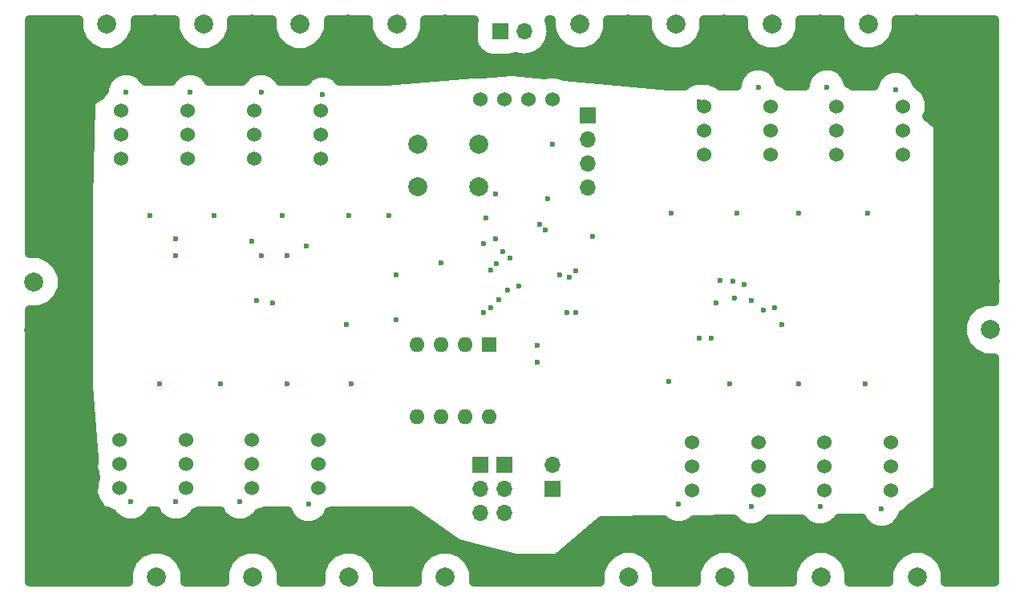
<source format=gbr>
G04 #@! TF.FileFunction,Copper,L2,Inr,Plane*
%FSLAX46Y46*%
G04 Gerber Fmt 4.6, Leading zero omitted, Abs format (unit mm)*
G04 Created by KiCad (PCBNEW 4.0.2+dfsg1-stable) date Tue 14 Aug 2018 11:21:20 PM MDT*
%MOMM*%
G01*
G04 APERTURE LIST*
%ADD10C,0.100000*%
%ADD11R,1.700000X1.700000*%
%ADD12O,1.700000X1.700000*%
%ADD13C,2.000000*%
%ADD14R,1.600000X1.600000*%
%ADD15O,1.600000X1.600000*%
%ADD16C,1.524000*%
%ADD17C,0.600000*%
%ADD18C,0.250000*%
%ADD19C,1.000000*%
G04 APERTURE END LIST*
D10*
D11*
X126720000Y-123870000D03*
D12*
X126720000Y-126410000D03*
X126720000Y-128950000D03*
D11*
X124180000Y-123870000D03*
D12*
X124180000Y-126410000D03*
X124180000Y-128950000D03*
D11*
X131800000Y-126410000D03*
D12*
X131800000Y-123870000D03*
D13*
X84720000Y-77300000D03*
X89800000Y-77300000D03*
X94920000Y-77300000D03*
X100000000Y-77300000D03*
X105120000Y-77300000D03*
X110200000Y-77300000D03*
X115320000Y-77300000D03*
X120400000Y-77300000D03*
X89960000Y-135720000D03*
X84880000Y-135720000D03*
X100120000Y-135720000D03*
X95040000Y-135720000D03*
X110280000Y-135720000D03*
X105200000Y-135720000D03*
X120440000Y-135720000D03*
X115360000Y-135720000D03*
X134630000Y-77240000D03*
X139710000Y-77240000D03*
X144790000Y-77240000D03*
X149870000Y-77240000D03*
X154950000Y-77240000D03*
X160030000Y-77240000D03*
X165110000Y-77240000D03*
X170190000Y-77240000D03*
X139780000Y-135680000D03*
X134700000Y-135680000D03*
X149940000Y-135680000D03*
X144860000Y-135680000D03*
X160100000Y-135680000D03*
X155020000Y-135680000D03*
X170260000Y-135680000D03*
X165180000Y-135680000D03*
D11*
X126250000Y-78000000D03*
D12*
X128790000Y-78000000D03*
D13*
X117500000Y-94500000D03*
X117500000Y-90000000D03*
X124000000Y-94500000D03*
X124000000Y-90000000D03*
D14*
X125040000Y-111130000D03*
D15*
X117420000Y-118750000D03*
X122500000Y-111130000D03*
X119960000Y-118750000D03*
X119960000Y-111130000D03*
X122500000Y-118750000D03*
X117420000Y-111130000D03*
X125040000Y-118750000D03*
D16*
X124130000Y-85250000D03*
X126670000Y-85250000D03*
X129210000Y-85250000D03*
X131750000Y-85250000D03*
D11*
X135500000Y-86960000D03*
D12*
X135500000Y-89500000D03*
X135500000Y-92040000D03*
X135500000Y-94580000D03*
D16*
X86250000Y-86420000D03*
X86250000Y-88960000D03*
X86250000Y-91500000D03*
X93250000Y-86420000D03*
X93250000Y-88960000D03*
X93250000Y-91500000D03*
X100250000Y-86420000D03*
X100250000Y-88960000D03*
X100250000Y-91500000D03*
X107250000Y-86420000D03*
X107250000Y-88960000D03*
X107250000Y-91500000D03*
X86050000Y-126300000D03*
X86050000Y-123760000D03*
X86050000Y-121220000D03*
X93050000Y-126300000D03*
X93050000Y-123760000D03*
X93050000Y-121220000D03*
X100050000Y-126300000D03*
X100050000Y-123760000D03*
X100050000Y-121220000D03*
X107050000Y-126300000D03*
X107050000Y-123760000D03*
X107050000Y-121220000D03*
X147750000Y-85960000D03*
X147750000Y-88500000D03*
X147750000Y-91040000D03*
X154750000Y-85960000D03*
X154750000Y-88500000D03*
X154750000Y-91040000D03*
X161750000Y-85960000D03*
X161750000Y-88500000D03*
X161750000Y-91040000D03*
X168750000Y-85960000D03*
X168750000Y-88500000D03*
X168750000Y-91040000D03*
X146500000Y-126580000D03*
X146500000Y-124040000D03*
X146500000Y-121500000D03*
X153500000Y-126580000D03*
X153500000Y-124040000D03*
X153500000Y-121500000D03*
X160500000Y-126580000D03*
X160500000Y-124040000D03*
X160500000Y-121500000D03*
X167500000Y-126580000D03*
X167500000Y-124040000D03*
X167500000Y-121500000D03*
D13*
X77000000Y-109580000D03*
X77000000Y-104500000D03*
X178000000Y-104460000D03*
X178000000Y-109540000D03*
D17*
X131750000Y-90000000D03*
X133550000Y-104000000D03*
X133250000Y-107750000D03*
X131250000Y-95750000D03*
X125750000Y-95250000D03*
X114500000Y-97500000D03*
X105750000Y-100750000D03*
X101000000Y-101750000D03*
X156000000Y-109000000D03*
X125750000Y-100000000D03*
X124750000Y-97750000D03*
X90250000Y-115250000D03*
X96750000Y-115250000D03*
X103750000Y-115250000D03*
X110500000Y-115250000D03*
X110000000Y-109000000D03*
X144000000Y-115000000D03*
X150500000Y-115250000D03*
X157750000Y-115250000D03*
X164750000Y-115250000D03*
X165000000Y-97250000D03*
X157750000Y-97250000D03*
X151250000Y-97250000D03*
X144250000Y-97250000D03*
X136000000Y-99750000D03*
X120000000Y-102500000D03*
X110250000Y-97500000D03*
X103250000Y-97500000D03*
X96000000Y-97500000D03*
X89250000Y-97500000D03*
X147250000Y-85460000D03*
X153500000Y-84000000D03*
X160750000Y-84000000D03*
X168000000Y-84250000D03*
X166500000Y-128500000D03*
X160000000Y-128250000D03*
X152750000Y-128250000D03*
X145080000Y-128000000D03*
X106000000Y-128000000D03*
X98750000Y-127750000D03*
X92000000Y-127750000D03*
X87250000Y-127750000D03*
X107500000Y-84750000D03*
X101000000Y-84500000D03*
X93500000Y-84500000D03*
X86750000Y-84500000D03*
X132500000Y-103750000D03*
X134217050Y-103374990D03*
X134250000Y-107750000D03*
X124500000Y-107750000D03*
X124500000Y-100500000D03*
X126500000Y-101300010D03*
X126997187Y-105374990D03*
X152000000Y-104750000D03*
X152750000Y-106500000D03*
X128164357Y-104924979D03*
X127250000Y-102000000D03*
X126106218Y-106374990D03*
X150823563Y-104474968D03*
X151000000Y-106250000D03*
X125874990Y-102600010D03*
X149000000Y-106750000D03*
X149468648Y-104349967D03*
X125250000Y-107275032D03*
X125250000Y-103250010D03*
X154000000Y-107500000D03*
X147250000Y-110500000D03*
X155250000Y-107250000D03*
X148500000Y-110500000D03*
X115250000Y-108500000D03*
X115250000Y-103750000D03*
X92000000Y-100000000D03*
X92000000Y-101750000D03*
X100000000Y-100250000D03*
X100500000Y-106500000D03*
X103750000Y-101750000D03*
X102250000Y-106750000D03*
X130149998Y-111250000D03*
X131000000Y-99000000D03*
X130149962Y-113000000D03*
X130434306Y-98434306D03*
D18*
X122750000Y-132500000D02*
X118580000Y-132500000D01*
X118580000Y-132500000D02*
X115360000Y-135720000D01*
X125930000Y-135680000D02*
X122750000Y-132500000D01*
X134700000Y-135680000D02*
X125930000Y-135680000D01*
D19*
G36*
X81719481Y-77894119D02*
X82175241Y-78997143D01*
X83018418Y-79841793D01*
X84120645Y-80299478D01*
X85314119Y-80300519D01*
X86417143Y-79844759D01*
X87261793Y-79001582D01*
X87719478Y-77899355D01*
X87720415Y-76825000D01*
X91920414Y-76825000D01*
X91919481Y-77894119D01*
X92375241Y-78997143D01*
X93218418Y-79841793D01*
X94320645Y-80299478D01*
X95514119Y-80300519D01*
X96617143Y-79844759D01*
X97461793Y-79001582D01*
X97919478Y-77899355D01*
X97920415Y-76825000D01*
X102120414Y-76825000D01*
X102119481Y-77894119D01*
X102575241Y-78997143D01*
X103418418Y-79841793D01*
X104520645Y-80299478D01*
X105714119Y-80300519D01*
X106817143Y-79844759D01*
X107661793Y-79001582D01*
X108119478Y-77899355D01*
X108120415Y-76825000D01*
X112320414Y-76825000D01*
X112319481Y-77894119D01*
X112775241Y-78997143D01*
X113618418Y-79841793D01*
X114720645Y-80299478D01*
X115914119Y-80300519D01*
X117017143Y-79844759D01*
X117861793Y-79001582D01*
X118319478Y-77899355D01*
X118320415Y-76825000D01*
X123426632Y-76825000D01*
X123360818Y-77150000D01*
X123360818Y-78850000D01*
X123500276Y-79591156D01*
X123938298Y-80271862D01*
X124606644Y-80728523D01*
X125400000Y-80889182D01*
X127100000Y-80889182D01*
X127841156Y-80749724D01*
X127879885Y-80724802D01*
X128790000Y-80905835D01*
X129880648Y-80688892D01*
X130805254Y-80071089D01*
X131423057Y-79146483D01*
X131640000Y-78055835D01*
X131640000Y-77944165D01*
X131423057Y-76853517D01*
X131404003Y-76825000D01*
X131630361Y-76825000D01*
X131629481Y-77834119D01*
X132085241Y-78937143D01*
X132928418Y-79781793D01*
X134030645Y-80239478D01*
X135224119Y-80240519D01*
X136327143Y-79784759D01*
X137171793Y-78941582D01*
X137629478Y-77839355D01*
X137630363Y-76825000D01*
X141790361Y-76825000D01*
X141789481Y-77834119D01*
X142245241Y-78937143D01*
X143088418Y-79781793D01*
X144190645Y-80239478D01*
X145384119Y-80240519D01*
X146487143Y-79784759D01*
X147331793Y-78941582D01*
X147789478Y-77839355D01*
X147790363Y-76825000D01*
X151950361Y-76825000D01*
X151949481Y-77834119D01*
X152405241Y-78937143D01*
X153248418Y-79781793D01*
X154350645Y-80239478D01*
X155544119Y-80240519D01*
X156647143Y-79784759D01*
X157491793Y-78941582D01*
X157949478Y-77839355D01*
X157950363Y-76825000D01*
X162110361Y-76825000D01*
X162109481Y-77834119D01*
X162565241Y-78937143D01*
X163408418Y-79781793D01*
X164510645Y-80239478D01*
X165704119Y-80240519D01*
X166807143Y-79784759D01*
X167651793Y-78941582D01*
X168109478Y-77839355D01*
X168110363Y-76825000D01*
X178425000Y-76825000D01*
X178425000Y-106540370D01*
X177405881Y-106539481D01*
X176302857Y-106995241D01*
X175458207Y-107838418D01*
X175000522Y-108940645D01*
X174999481Y-110134119D01*
X175455241Y-111237143D01*
X176298418Y-112081793D01*
X177400645Y-112539478D01*
X178425000Y-112540371D01*
X178425000Y-136175000D01*
X173259569Y-136175000D01*
X173260519Y-135085881D01*
X172804759Y-133982857D01*
X171961582Y-133138207D01*
X170859355Y-132680522D01*
X169665881Y-132679481D01*
X168562857Y-133135241D01*
X167718207Y-133978418D01*
X167260522Y-135080645D01*
X167259567Y-136175000D01*
X163099569Y-136175000D01*
X163100519Y-135085881D01*
X162644759Y-133982857D01*
X161801582Y-133138207D01*
X160699355Y-132680522D01*
X159505881Y-132679481D01*
X158402857Y-133135241D01*
X157558207Y-133978418D01*
X157100522Y-135080645D01*
X157099567Y-136175000D01*
X152939569Y-136175000D01*
X152940519Y-135085881D01*
X152484759Y-133982857D01*
X151641582Y-133138207D01*
X150539355Y-132680522D01*
X149345881Y-132679481D01*
X148242857Y-133135241D01*
X147398207Y-133978418D01*
X146940522Y-135080645D01*
X146939567Y-136175000D01*
X142779569Y-136175000D01*
X142780519Y-135085881D01*
X142324759Y-133982857D01*
X141481582Y-133138207D01*
X140379355Y-132680522D01*
X139185881Y-132679481D01*
X138082857Y-133135241D01*
X137238207Y-133978418D01*
X136780522Y-135080645D01*
X136779567Y-136175000D01*
X123439604Y-136175000D01*
X123440519Y-135125881D01*
X122984759Y-134022857D01*
X122141582Y-133178207D01*
X121039355Y-132720522D01*
X119845881Y-132719481D01*
X118742857Y-133175241D01*
X117898207Y-134018418D01*
X117440522Y-135120645D01*
X117439602Y-136175000D01*
X113279604Y-136175000D01*
X113280519Y-135125881D01*
X112824759Y-134022857D01*
X111981582Y-133178207D01*
X110879355Y-132720522D01*
X109685881Y-132719481D01*
X108582857Y-133175241D01*
X107738207Y-134018418D01*
X107280522Y-135120645D01*
X107279602Y-136175000D01*
X103119604Y-136175000D01*
X103120519Y-135125881D01*
X102664759Y-134022857D01*
X101821582Y-133178207D01*
X100719355Y-132720522D01*
X99525881Y-132719481D01*
X98422857Y-133175241D01*
X97578207Y-134018418D01*
X97120522Y-135120645D01*
X97119602Y-136175000D01*
X92959604Y-136175000D01*
X92960519Y-135125881D01*
X92504759Y-134022857D01*
X91661582Y-133178207D01*
X90559355Y-132720522D01*
X89365881Y-132719481D01*
X88262857Y-133175241D01*
X87418207Y-134018418D01*
X86960522Y-135120645D01*
X86959602Y-136175000D01*
X76575000Y-136175000D01*
X76575000Y-107499630D01*
X77594119Y-107500519D01*
X78697143Y-107044759D01*
X79541793Y-106201582D01*
X79999478Y-105099355D01*
X80000519Y-103905881D01*
X79544759Y-102802857D01*
X78701582Y-101958207D01*
X77599355Y-101500522D01*
X76575000Y-101499629D01*
X76575000Y-95750000D01*
X82750000Y-95750000D01*
X82750000Y-115500000D01*
X82751333Y-115536488D01*
X83309052Y-123158651D01*
X83288480Y-123208194D01*
X83287521Y-124306985D01*
X83415792Y-124617423D01*
X83467062Y-125318120D01*
X83288480Y-125748194D01*
X83287521Y-126846985D01*
X83707125Y-127862503D01*
X83964080Y-128119907D01*
X84009710Y-128348058D01*
X84086488Y-128531083D01*
X84228424Y-128669817D01*
X84500000Y-128750000D01*
X84747971Y-128750000D01*
X85262943Y-128963835D01*
X85299018Y-129051143D01*
X85945453Y-129698708D01*
X86790495Y-130049600D01*
X87705491Y-130050399D01*
X88551143Y-129700982D01*
X89198708Y-129054547D01*
X89325167Y-128750000D01*
X89924588Y-128750000D01*
X90049018Y-129051143D01*
X90695453Y-129698708D01*
X91540495Y-130049600D01*
X92455491Y-130050399D01*
X93301143Y-129700982D01*
X93948708Y-129054547D01*
X94017576Y-128888694D01*
X94353241Y-128750000D01*
X96674588Y-128750000D01*
X96799018Y-129051143D01*
X97445453Y-129698708D01*
X98290495Y-130049600D01*
X99205491Y-130050399D01*
X100051143Y-129700982D01*
X100698708Y-129054547D01*
X100715800Y-129013386D01*
X101353241Y-128750000D01*
X103821290Y-128750000D01*
X104049018Y-129301143D01*
X104695453Y-129948708D01*
X105540495Y-130299600D01*
X106455491Y-130300399D01*
X107301143Y-129950982D01*
X107948708Y-129304547D01*
X108142885Y-128836918D01*
X108353242Y-128750000D01*
X116842389Y-128750000D01*
X121713269Y-132159616D01*
X121878732Y-132235071D01*
X127878732Y-133735071D01*
X128000000Y-133750000D01*
X132000000Y-133750000D01*
X132194528Y-133710607D01*
X132322068Y-133632456D01*
X136934229Y-129748531D01*
X143522586Y-129695399D01*
X143775453Y-129948708D01*
X144620495Y-130299600D01*
X145535491Y-130300399D01*
X146381143Y-129950982D01*
X146662539Y-129670077D01*
X150883762Y-129636035D01*
X151445453Y-130198708D01*
X152290495Y-130549600D01*
X153205491Y-130550399D01*
X154051143Y-130200982D01*
X154647484Y-129605682D01*
X158075862Y-129578034D01*
X158695453Y-130198708D01*
X159540495Y-130549600D01*
X160455491Y-130550399D01*
X161301143Y-130200982D01*
X161948708Y-129554547D01*
X161951935Y-129546775D01*
X164435639Y-129526745D01*
X164549018Y-129801143D01*
X165195453Y-130448708D01*
X166040495Y-130799600D01*
X166955491Y-130800399D01*
X167801143Y-130450982D01*
X168448708Y-129804547D01*
X168763511Y-129046416D01*
X169062503Y-128922875D01*
X169565352Y-128420903D01*
X172271626Y-126669785D01*
X172413545Y-126531034D01*
X172500000Y-126250000D01*
X172500000Y-88250000D01*
X172460607Y-88055472D01*
X172312348Y-87859566D01*
X171291122Y-87042585D01*
X171511520Y-86511806D01*
X171512479Y-85413015D01*
X171092875Y-84397497D01*
X170316590Y-83619855D01*
X170209934Y-83575568D01*
X169950982Y-82948857D01*
X169304547Y-82301292D01*
X168459505Y-81950400D01*
X167544509Y-81949601D01*
X166698857Y-82299018D01*
X166051292Y-82945453D01*
X165717215Y-83750000D01*
X163446508Y-83750000D01*
X163316590Y-83619855D01*
X163032849Y-83502036D01*
X162700982Y-82698857D01*
X162054547Y-82051292D01*
X161209505Y-81700400D01*
X160294509Y-81699601D01*
X159448857Y-82049018D01*
X158801292Y-82695453D01*
X158450400Y-83540495D01*
X158450217Y-83750000D01*
X156446508Y-83750000D01*
X156316590Y-83619855D01*
X155731073Y-83376727D01*
X155450982Y-82698857D01*
X154804547Y-82051292D01*
X153959505Y-81700400D01*
X153044509Y-81699601D01*
X152198857Y-82049018D01*
X151551292Y-82695453D01*
X151200400Y-83540495D01*
X151200217Y-83750000D01*
X149446508Y-83750000D01*
X149316590Y-83619855D01*
X148301806Y-83198480D01*
X147800157Y-83198042D01*
X147709505Y-83160400D01*
X146794509Y-83159601D01*
X145948857Y-83509018D01*
X145707454Y-83750000D01*
X144022685Y-83750000D01*
X132906090Y-82739400D01*
X132301806Y-82488480D01*
X131203015Y-82487521D01*
X131010485Y-82567073D01*
X127545268Y-82252053D01*
X127462371Y-82251418D01*
X124325421Y-82488169D01*
X123583015Y-82487521D01*
X123415188Y-82556866D01*
X114231160Y-83250000D01*
X109252472Y-83250000D01*
X108804547Y-82801292D01*
X107959505Y-82450400D01*
X107044509Y-82449601D01*
X106198857Y-82799018D01*
X105747087Y-83250000D01*
X102972114Y-83250000D01*
X102950982Y-83198857D01*
X102304547Y-82551292D01*
X101459505Y-82200400D01*
X100544509Y-82199601D01*
X99698857Y-82549018D01*
X99051292Y-83195453D01*
X99028642Y-83250000D01*
X95472114Y-83250000D01*
X95450982Y-83198857D01*
X94804547Y-82551292D01*
X93959505Y-82200400D01*
X93044509Y-82199601D01*
X92198857Y-82549018D01*
X91551292Y-83195453D01*
X91528642Y-83250000D01*
X88722114Y-83250000D01*
X88700982Y-83198857D01*
X88054547Y-82551292D01*
X87209505Y-82200400D01*
X86294509Y-82199601D01*
X85448857Y-82549018D01*
X84801292Y-83195453D01*
X84450400Y-84040495D01*
X84450161Y-84314047D01*
X83909855Y-84853410D01*
X83877906Y-84930353D01*
X83237951Y-85324171D01*
X83092926Y-85459672D01*
X83000156Y-85737504D01*
X82750156Y-95737504D01*
X82750000Y-95750000D01*
X76575000Y-95750000D01*
X76575000Y-76825000D01*
X81720414Y-76825000D01*
X81719481Y-77894119D01*
X81719481Y-77894119D01*
G37*
X81719481Y-77894119D02*
X82175241Y-78997143D01*
X83018418Y-79841793D01*
X84120645Y-80299478D01*
X85314119Y-80300519D01*
X86417143Y-79844759D01*
X87261793Y-79001582D01*
X87719478Y-77899355D01*
X87720415Y-76825000D01*
X91920414Y-76825000D01*
X91919481Y-77894119D01*
X92375241Y-78997143D01*
X93218418Y-79841793D01*
X94320645Y-80299478D01*
X95514119Y-80300519D01*
X96617143Y-79844759D01*
X97461793Y-79001582D01*
X97919478Y-77899355D01*
X97920415Y-76825000D01*
X102120414Y-76825000D01*
X102119481Y-77894119D01*
X102575241Y-78997143D01*
X103418418Y-79841793D01*
X104520645Y-80299478D01*
X105714119Y-80300519D01*
X106817143Y-79844759D01*
X107661793Y-79001582D01*
X108119478Y-77899355D01*
X108120415Y-76825000D01*
X112320414Y-76825000D01*
X112319481Y-77894119D01*
X112775241Y-78997143D01*
X113618418Y-79841793D01*
X114720645Y-80299478D01*
X115914119Y-80300519D01*
X117017143Y-79844759D01*
X117861793Y-79001582D01*
X118319478Y-77899355D01*
X118320415Y-76825000D01*
X123426632Y-76825000D01*
X123360818Y-77150000D01*
X123360818Y-78850000D01*
X123500276Y-79591156D01*
X123938298Y-80271862D01*
X124606644Y-80728523D01*
X125400000Y-80889182D01*
X127100000Y-80889182D01*
X127841156Y-80749724D01*
X127879885Y-80724802D01*
X128790000Y-80905835D01*
X129880648Y-80688892D01*
X130805254Y-80071089D01*
X131423057Y-79146483D01*
X131640000Y-78055835D01*
X131640000Y-77944165D01*
X131423057Y-76853517D01*
X131404003Y-76825000D01*
X131630361Y-76825000D01*
X131629481Y-77834119D01*
X132085241Y-78937143D01*
X132928418Y-79781793D01*
X134030645Y-80239478D01*
X135224119Y-80240519D01*
X136327143Y-79784759D01*
X137171793Y-78941582D01*
X137629478Y-77839355D01*
X137630363Y-76825000D01*
X141790361Y-76825000D01*
X141789481Y-77834119D01*
X142245241Y-78937143D01*
X143088418Y-79781793D01*
X144190645Y-80239478D01*
X145384119Y-80240519D01*
X146487143Y-79784759D01*
X147331793Y-78941582D01*
X147789478Y-77839355D01*
X147790363Y-76825000D01*
X151950361Y-76825000D01*
X151949481Y-77834119D01*
X152405241Y-78937143D01*
X153248418Y-79781793D01*
X154350645Y-80239478D01*
X155544119Y-80240519D01*
X156647143Y-79784759D01*
X157491793Y-78941582D01*
X157949478Y-77839355D01*
X157950363Y-76825000D01*
X162110361Y-76825000D01*
X162109481Y-77834119D01*
X162565241Y-78937143D01*
X163408418Y-79781793D01*
X164510645Y-80239478D01*
X165704119Y-80240519D01*
X166807143Y-79784759D01*
X167651793Y-78941582D01*
X168109478Y-77839355D01*
X168110363Y-76825000D01*
X178425000Y-76825000D01*
X178425000Y-106540370D01*
X177405881Y-106539481D01*
X176302857Y-106995241D01*
X175458207Y-107838418D01*
X175000522Y-108940645D01*
X174999481Y-110134119D01*
X175455241Y-111237143D01*
X176298418Y-112081793D01*
X177400645Y-112539478D01*
X178425000Y-112540371D01*
X178425000Y-136175000D01*
X173259569Y-136175000D01*
X173260519Y-135085881D01*
X172804759Y-133982857D01*
X171961582Y-133138207D01*
X170859355Y-132680522D01*
X169665881Y-132679481D01*
X168562857Y-133135241D01*
X167718207Y-133978418D01*
X167260522Y-135080645D01*
X167259567Y-136175000D01*
X163099569Y-136175000D01*
X163100519Y-135085881D01*
X162644759Y-133982857D01*
X161801582Y-133138207D01*
X160699355Y-132680522D01*
X159505881Y-132679481D01*
X158402857Y-133135241D01*
X157558207Y-133978418D01*
X157100522Y-135080645D01*
X157099567Y-136175000D01*
X152939569Y-136175000D01*
X152940519Y-135085881D01*
X152484759Y-133982857D01*
X151641582Y-133138207D01*
X150539355Y-132680522D01*
X149345881Y-132679481D01*
X148242857Y-133135241D01*
X147398207Y-133978418D01*
X146940522Y-135080645D01*
X146939567Y-136175000D01*
X142779569Y-136175000D01*
X142780519Y-135085881D01*
X142324759Y-133982857D01*
X141481582Y-133138207D01*
X140379355Y-132680522D01*
X139185881Y-132679481D01*
X138082857Y-133135241D01*
X137238207Y-133978418D01*
X136780522Y-135080645D01*
X136779567Y-136175000D01*
X123439604Y-136175000D01*
X123440519Y-135125881D01*
X122984759Y-134022857D01*
X122141582Y-133178207D01*
X121039355Y-132720522D01*
X119845881Y-132719481D01*
X118742857Y-133175241D01*
X117898207Y-134018418D01*
X117440522Y-135120645D01*
X117439602Y-136175000D01*
X113279604Y-136175000D01*
X113280519Y-135125881D01*
X112824759Y-134022857D01*
X111981582Y-133178207D01*
X110879355Y-132720522D01*
X109685881Y-132719481D01*
X108582857Y-133175241D01*
X107738207Y-134018418D01*
X107280522Y-135120645D01*
X107279602Y-136175000D01*
X103119604Y-136175000D01*
X103120519Y-135125881D01*
X102664759Y-134022857D01*
X101821582Y-133178207D01*
X100719355Y-132720522D01*
X99525881Y-132719481D01*
X98422857Y-133175241D01*
X97578207Y-134018418D01*
X97120522Y-135120645D01*
X97119602Y-136175000D01*
X92959604Y-136175000D01*
X92960519Y-135125881D01*
X92504759Y-134022857D01*
X91661582Y-133178207D01*
X90559355Y-132720522D01*
X89365881Y-132719481D01*
X88262857Y-133175241D01*
X87418207Y-134018418D01*
X86960522Y-135120645D01*
X86959602Y-136175000D01*
X76575000Y-136175000D01*
X76575000Y-107499630D01*
X77594119Y-107500519D01*
X78697143Y-107044759D01*
X79541793Y-106201582D01*
X79999478Y-105099355D01*
X80000519Y-103905881D01*
X79544759Y-102802857D01*
X78701582Y-101958207D01*
X77599355Y-101500522D01*
X76575000Y-101499629D01*
X76575000Y-95750000D01*
X82750000Y-95750000D01*
X82750000Y-115500000D01*
X82751333Y-115536488D01*
X83309052Y-123158651D01*
X83288480Y-123208194D01*
X83287521Y-124306985D01*
X83415792Y-124617423D01*
X83467062Y-125318120D01*
X83288480Y-125748194D01*
X83287521Y-126846985D01*
X83707125Y-127862503D01*
X83964080Y-128119907D01*
X84009710Y-128348058D01*
X84086488Y-128531083D01*
X84228424Y-128669817D01*
X84500000Y-128750000D01*
X84747971Y-128750000D01*
X85262943Y-128963835D01*
X85299018Y-129051143D01*
X85945453Y-129698708D01*
X86790495Y-130049600D01*
X87705491Y-130050399D01*
X88551143Y-129700982D01*
X89198708Y-129054547D01*
X89325167Y-128750000D01*
X89924588Y-128750000D01*
X90049018Y-129051143D01*
X90695453Y-129698708D01*
X91540495Y-130049600D01*
X92455491Y-130050399D01*
X93301143Y-129700982D01*
X93948708Y-129054547D01*
X94017576Y-128888694D01*
X94353241Y-128750000D01*
X96674588Y-128750000D01*
X96799018Y-129051143D01*
X97445453Y-129698708D01*
X98290495Y-130049600D01*
X99205491Y-130050399D01*
X100051143Y-129700982D01*
X100698708Y-129054547D01*
X100715800Y-129013386D01*
X101353241Y-128750000D01*
X103821290Y-128750000D01*
X104049018Y-129301143D01*
X104695453Y-129948708D01*
X105540495Y-130299600D01*
X106455491Y-130300399D01*
X107301143Y-129950982D01*
X107948708Y-129304547D01*
X108142885Y-128836918D01*
X108353242Y-128750000D01*
X116842389Y-128750000D01*
X121713269Y-132159616D01*
X121878732Y-132235071D01*
X127878732Y-133735071D01*
X128000000Y-133750000D01*
X132000000Y-133750000D01*
X132194528Y-133710607D01*
X132322068Y-133632456D01*
X136934229Y-129748531D01*
X143522586Y-129695399D01*
X143775453Y-129948708D01*
X144620495Y-130299600D01*
X145535491Y-130300399D01*
X146381143Y-129950982D01*
X146662539Y-129670077D01*
X150883762Y-129636035D01*
X151445453Y-130198708D01*
X152290495Y-130549600D01*
X153205491Y-130550399D01*
X154051143Y-130200982D01*
X154647484Y-129605682D01*
X158075862Y-129578034D01*
X158695453Y-130198708D01*
X159540495Y-130549600D01*
X160455491Y-130550399D01*
X161301143Y-130200982D01*
X161948708Y-129554547D01*
X161951935Y-129546775D01*
X164435639Y-129526745D01*
X164549018Y-129801143D01*
X165195453Y-130448708D01*
X166040495Y-130799600D01*
X166955491Y-130800399D01*
X167801143Y-130450982D01*
X168448708Y-129804547D01*
X168763511Y-129046416D01*
X169062503Y-128922875D01*
X169565352Y-128420903D01*
X172271626Y-126669785D01*
X172413545Y-126531034D01*
X172500000Y-126250000D01*
X172500000Y-88250000D01*
X172460607Y-88055472D01*
X172312348Y-87859566D01*
X171291122Y-87042585D01*
X171511520Y-86511806D01*
X171512479Y-85413015D01*
X171092875Y-84397497D01*
X170316590Y-83619855D01*
X170209934Y-83575568D01*
X169950982Y-82948857D01*
X169304547Y-82301292D01*
X168459505Y-81950400D01*
X167544509Y-81949601D01*
X166698857Y-82299018D01*
X166051292Y-82945453D01*
X165717215Y-83750000D01*
X163446508Y-83750000D01*
X163316590Y-83619855D01*
X163032849Y-83502036D01*
X162700982Y-82698857D01*
X162054547Y-82051292D01*
X161209505Y-81700400D01*
X160294509Y-81699601D01*
X159448857Y-82049018D01*
X158801292Y-82695453D01*
X158450400Y-83540495D01*
X158450217Y-83750000D01*
X156446508Y-83750000D01*
X156316590Y-83619855D01*
X155731073Y-83376727D01*
X155450982Y-82698857D01*
X154804547Y-82051292D01*
X153959505Y-81700400D01*
X153044509Y-81699601D01*
X152198857Y-82049018D01*
X151551292Y-82695453D01*
X151200400Y-83540495D01*
X151200217Y-83750000D01*
X149446508Y-83750000D01*
X149316590Y-83619855D01*
X148301806Y-83198480D01*
X147800157Y-83198042D01*
X147709505Y-83160400D01*
X146794509Y-83159601D01*
X145948857Y-83509018D01*
X145707454Y-83750000D01*
X144022685Y-83750000D01*
X132906090Y-82739400D01*
X132301806Y-82488480D01*
X131203015Y-82487521D01*
X131010485Y-82567073D01*
X127545268Y-82252053D01*
X127462371Y-82251418D01*
X124325421Y-82488169D01*
X123583015Y-82487521D01*
X123415188Y-82556866D01*
X114231160Y-83250000D01*
X109252472Y-83250000D01*
X108804547Y-82801292D01*
X107959505Y-82450400D01*
X107044509Y-82449601D01*
X106198857Y-82799018D01*
X105747087Y-83250000D01*
X102972114Y-83250000D01*
X102950982Y-83198857D01*
X102304547Y-82551292D01*
X101459505Y-82200400D01*
X100544509Y-82199601D01*
X99698857Y-82549018D01*
X99051292Y-83195453D01*
X99028642Y-83250000D01*
X95472114Y-83250000D01*
X95450982Y-83198857D01*
X94804547Y-82551292D01*
X93959505Y-82200400D01*
X93044509Y-82199601D01*
X92198857Y-82549018D01*
X91551292Y-83195453D01*
X91528642Y-83250000D01*
X88722114Y-83250000D01*
X88700982Y-83198857D01*
X88054547Y-82551292D01*
X87209505Y-82200400D01*
X86294509Y-82199601D01*
X85448857Y-82549018D01*
X84801292Y-83195453D01*
X84450400Y-84040495D01*
X84450161Y-84314047D01*
X83909855Y-84853410D01*
X83877906Y-84930353D01*
X83237951Y-85324171D01*
X83092926Y-85459672D01*
X83000156Y-85737504D01*
X82750156Y-95737504D01*
X82750000Y-95750000D01*
X76575000Y-95750000D01*
X76575000Y-76825000D01*
X81720414Y-76825000D01*
X81719481Y-77894119D01*
M02*

</source>
